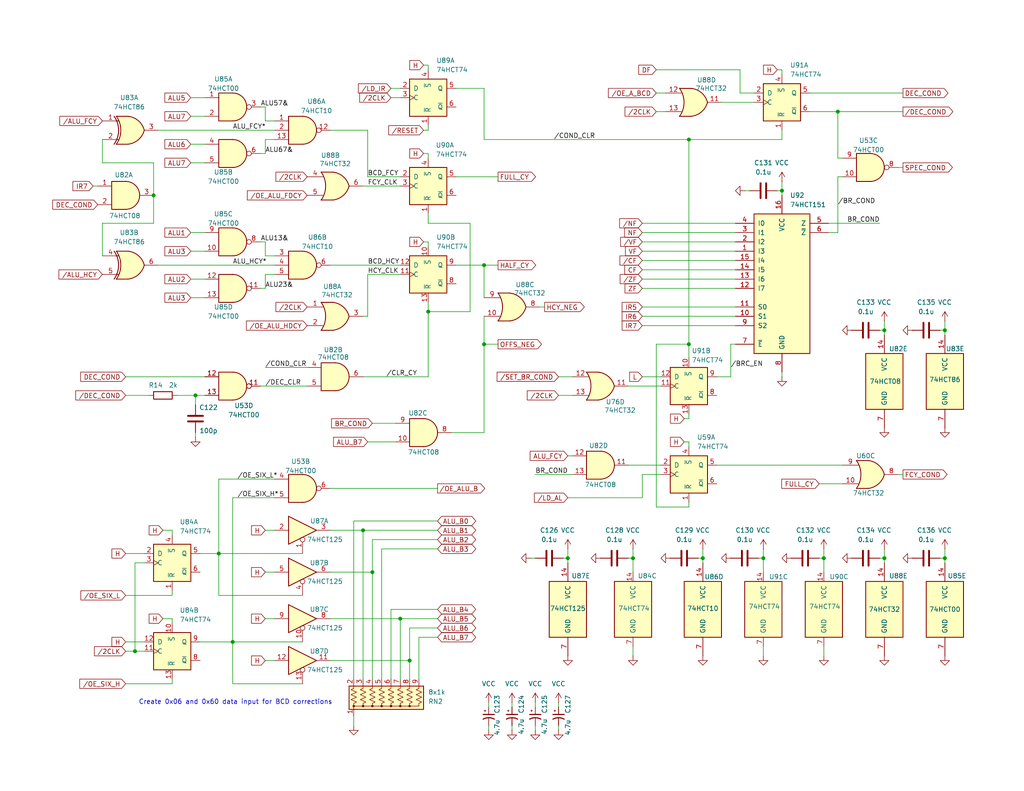
<source format=kicad_sch>
(kicad_sch (version 20250114) (generator "eeschema") (generator_version "9.0")
  (paper "A")
  (title_block (title "TTL 6510 Computer") (date "2025-10-20") (rev "B") (company "Stefan Warnke") (comment 9 "CPU_6502_Opcodes.txt"))
  (text "Create 0x06 and 0x60 data input for BCD corrections" (at 64.262 191.77 0) (effects (font (size 1.27 1.27))))
  (junction (at 172.72 152.4))
  (junction (at 187.96 93.98))
  (junction (at 53.34 107.95))
  (junction (at 241.3 152.4))
  (junction (at 59.69 151.13))
  (junction (at 191.77 152.4))
  (junction (at 111.76 180.34))
  (junction (at 63.5 175.26))
  (junction (at 213.36 52.07))
  (junction (at 241.3 90.17))
  (junction (at 154.94 152.4))
  (junction (at 257.81 152.4))
  (junction (at 224.79 152.4))
  (junction (at 132.08 72.39))
  (junction (at 132.08 93.98))
  (junction (at 41.91 53.34))
  (junction (at 208.28 152.4))
  (junction (at 99.06 144.78))
  (junction (at 228.6 30.48))
  (junction (at 101.6 156.21))
  (junction (at 116.84 85.09))
  (junction (at 109.22 168.91))
  (junction (at 187.96 38.1))
  (junction (at 36.83 177.8))
  (junction (at 257.81 90.17))
  (wire (pts (xy 41.91 44.45) (xy 41.91 53.34)))
  (wire (pts (xy 54.61 151.13) (xy 59.69 151.13)))
  (wire (pts (xy 36.83 177.8) (xy 39.37 177.8)))
  (wire (pts (xy 208.28 176.53) (xy 208.28 179.07)))
  (wire (pts (xy 228.6 30.48) (xy 246.38 30.48)))
  (wire (pts (xy 199.39 93.98) (xy 199.39 102.87)))
  (wire (pts (xy 104.14 149.86) (xy 104.14 185.42)))
  (wire (pts (xy 133.35 191.77) (xy 133.35 193.04)))
  (wire (pts (xy 228.6 30.48) (xy 228.6 43.18)))
  (wire (pts (xy 109.22 168.91) (xy 119.38 168.91)))
  (wire (pts (xy 111.76 180.34) (xy 111.76 185.42)))
  (wire (pts (xy 46.99 186.69) (xy 46.99 185.42)))
  (wire (pts (xy 171.45 105.41) (xy 180.34 105.41)))
  (wire (pts (xy 212.09 52.07) (xy 213.36 52.07)))
  (wire (pts (xy 179.07 25.4) (xy 181.61 25.4)))
  (wire (pts (xy 208.28 149.86) (xy 208.28 152.4)))
  (wire (pts (xy 171.45 127) (xy 180.34 127)))
  (wire (pts (xy 154.94 124.46) (xy 156.21 124.46)))
  (wire (pts (xy 228.6 43.18) (xy 229.87 43.18)))
  (wire (pts (xy 100.33 86.36) (xy 99.06 86.36)))
  (wire (pts (xy 116.84 60.96) (xy 128.27 60.96)))
  (wire (pts (xy 223.52 132.08) (xy 229.87 132.08)))
  (wire (pts (xy 109.22 168.91) (xy 109.22 185.42)))
  (wire (pts (xy 208.28 152.4) (xy 208.28 156.21)))
  (wire (pts (xy 72.39 74.93) (xy 72.39 78.74)))
  (wire (pts (xy 43.18 35.56) (xy 74.93 35.56)))
  (wire (pts (xy 100.33 120.65) (xy 107.95 120.65)))
  (wire (pts (xy 116.84 58.42) (xy 116.84 60.96)))
  (wire (pts (xy 101.6 147.32) (xy 119.38 147.32)))
  (wire (pts (xy 175.26 129.54) (xy 175.26 135.89)))
  (wire (pts (xy 72.39 144.78) (xy 74.93 144.78)))
  (wire (pts (xy 187.96 138.43) (xy 187.96 137.16)))
  (wire (pts (xy 240.03 90.17) (xy 241.3 90.17)))
  (wire (pts (xy 101.6 156.21) (xy 101.6 185.42)))
  (wire (pts (xy 124.46 72.39) (xy 132.08 72.39)))
  (wire (pts (xy 190.5 152.4) (xy 191.77 152.4)))
  (wire (pts (xy 114.3 173.99) (xy 119.38 173.99)))
  (wire (pts (xy 52.07 31.75) (xy 55.88 31.75)))
  (wire (pts (xy 101.6 147.32) (xy 101.6 156.21)))
  (wire (pts (xy 179.07 19.05) (xy 201.93 19.05)))
  (wire (pts (xy 175.26 86.36) (xy 200.66 86.36)))
  (wire (pts (xy 71.12 66.04) (xy 72.39 66.04)))
  (wire (pts (xy 99.06 144.78) (xy 99.06 185.42)))
  (wire (pts (xy 27.94 44.45) (xy 27.94 38.1)))
  (wire (pts (xy 191.77 152.4) (xy 191.77 153.67)))
  (wire (pts (xy 257.81 91.44) (xy 257.81 90.17)))
  (wire (pts (xy 52.07 26.67) (xy 55.88 26.67)))
  (wire (pts (xy 199.39 93.98) (xy 200.66 93.98)))
  (wire (pts (xy 34.29 107.95) (xy 40.64 107.95)))
  (wire (pts (xy 52.07 81.28) (xy 55.88 81.28)))
  (wire (pts (xy 172.72 152.4) (xy 172.72 156.21)))
  (wire (pts (xy 257.81 149.86) (xy 257.81 152.4)))
  (wire (pts (xy 27.94 60.96) (xy 41.91 60.96)))
  (wire (pts (xy 96.52 142.24) (xy 96.52 185.42)))
  (wire (pts (xy 54.61 175.26) (xy 63.5 175.26)))
  (wire (pts (xy 213.36 49.53) (xy 213.36 52.07)))
  (wire (pts (xy 241.3 91.44) (xy 241.3 90.17)))
  (wire (pts (xy 241.3 152.4) (xy 241.3 153.67)))
  (wire (pts (xy 201.93 25.4) (xy 205.74 25.4)))
  (wire (pts (xy 59.69 130.81) (xy 74.93 130.81)))
  (wire (pts (xy 99.06 50.8) (xy 109.22 50.8)))
  (wire (pts (xy 228.6 48.26) (xy 228.6 63.5)))
  (wire (pts (xy 224.79 149.86) (xy 224.79 152.4)))
  (wire (pts (xy 175.26 60.96) (xy 200.66 60.96)))
  (wire (pts (xy 52.07 44.45) (xy 55.88 44.45)))
  (wire (pts (xy 175.26 66.04) (xy 200.66 66.04)))
  (wire (pts (xy 246.38 129.54) (xy 245.11 129.54)))
  (wire (pts (xy 34.29 175.26) (xy 39.37 175.26)))
  (wire (pts (xy 152.4 191.77) (xy 152.4 193.04)))
  (wire (pts (xy 257.81 87.63) (xy 257.81 90.17)))
  (wire (pts (xy 220.98 25.4) (xy 246.38 25.4)))
  (wire (pts (xy 152.4 198.12) (xy 152.4 199.39)))
  (wire (pts (xy 63.5 175.26) (xy 63.5 186.69)))
  (wire (pts (xy 175.26 73.66) (xy 200.66 73.66)))
  (wire (pts (xy 256.54 152.4) (xy 257.81 152.4)))
  (wire (pts (xy 256.54 90.17) (xy 257.81 90.17)))
  (wire (pts (xy 59.69 130.81) (xy 59.69 151.13)))
  (wire (pts (xy 90.17 180.34) (xy 111.76 180.34)))
  (wire (pts (xy 241.3 87.63) (xy 241.3 90.17)))
  (wire (pts (xy 106.68 24.13) (xy 109.22 24.13)))
  (wire (pts (xy 152.4 102.87) (xy 156.21 102.87)))
  (wire (pts (xy 100.33 35.56) (xy 100.33 48.26)))
  (wire (pts (xy 99.06 144.78) (xy 119.38 144.78)))
  (wire (pts (xy 154.94 149.86) (xy 154.94 152.4)))
  (wire (pts (xy 41.91 53.34) (xy 41.91 60.96)))
  (wire (pts (xy 203.2 52.07) (xy 204.47 52.07)))
  (wire (pts (xy 146.05 198.12) (xy 146.05 199.39)))
  (wire (pts (xy 132.08 118.11) (xy 123.19 118.11)))
  (wire (pts (xy 187.96 138.43) (xy 179.07 138.43)))
  (wire (pts (xy 59.69 162.56) (xy 82.55 162.56)))
  (wire (pts (xy 53.34 107.95) (xy 55.88 107.95)))
  (wire (pts (xy 201.93 19.05) (xy 201.93 25.4)))
  (wire (pts (xy 96.52 142.24) (xy 119.38 142.24)))
  (wire (pts (xy 154.94 135.89) (xy 175.26 135.89)))
  (wire (pts (xy 152.4 107.95) (xy 156.21 107.95)))
  (wire (pts (xy 115.57 41.91) (xy 116.84 41.91)))
  (wire (pts (xy 245.11 45.72) (xy 246.38 45.72)))
  (wire (pts (xy 72.39 38.1) (xy 72.39 41.91)))
  (wire (pts (xy 171.45 152.4) (xy 172.72 152.4)))
  (wire (pts (xy 116.84 85.09) (xy 116.84 102.87)))
  (wire (pts (xy 132.08 93.98) (xy 135.89 93.98)))
  (wire (pts (xy 48.26 107.95) (xy 53.34 107.95)))
  (wire (pts (xy 175.26 63.5) (xy 200.66 63.5)))
  (wire (pts (xy 180.34 129.54) (xy 175.26 129.54)))
  (wire (pts (xy 175.26 76.2) (xy 200.66 76.2)))
  (wire (pts (xy 90.17 168.91) (xy 109.22 168.91)))
  (wire (pts (xy 187.96 114.3) (xy 186.69 114.3)))
  (wire (pts (xy 72.39 168.91) (xy 74.93 168.91)))
  (wire (pts (xy 220.98 30.48) (xy 228.6 30.48)))
  (wire (pts (xy 90.17 35.56) (xy 100.33 35.56)))
  (wire (pts (xy 116.84 41.91) (xy 116.84 43.18)))
  (wire (pts (xy 228.6 48.26) (xy 229.87 48.26)))
  (wire (pts (xy 111.76 171.45) (xy 119.38 171.45)))
  (wire (pts (xy 100.33 74.93) (xy 109.22 74.93)))
  (wire (pts (xy 72.39 156.21) (xy 74.93 156.21)))
  (wire (pts (xy 71.12 41.91) (xy 72.39 41.91)))
  (wire (pts (xy 72.39 33.02) (xy 74.93 33.02)))
  (wire (pts (xy 72.39 100.33) (xy 83.82 100.33)))
  (wire (pts (xy 132.08 93.98) (xy 132.08 118.11)))
  (wire (pts (xy 175.26 71.12) (xy 200.66 71.12)))
  (wire (pts (xy 90.17 133.35) (xy 119.38 133.35)))
  (wire (pts (xy 179.07 93.98) (xy 187.96 93.98)))
  (wire (pts (xy 46.99 170.18) (xy 46.99 168.91)))
  (wire (pts (xy 187.96 93.98) (xy 187.96 97.79)))
  (wire (pts (xy 100.33 48.26) (xy 109.22 48.26)))
  (wire (pts (xy 59.69 151.13) (xy 82.55 151.13)))
  (wire (pts (xy 90.17 72.39) (xy 109.22 72.39)))
  (wire (pts (xy 172.72 149.86) (xy 172.72 152.4)))
  (wire (pts (xy 257.81 152.4) (xy 257.81 153.67)))
  (wire (pts (xy 46.99 168.91) (xy 44.45 168.91)))
  (wire (pts (xy 116.84 66.04) (xy 116.84 67.31)))
  (wire (pts (xy 207.01 152.4) (xy 208.28 152.4)))
  (wire (pts (xy 115.57 35.56) (xy 116.84 35.56)))
  (wire (pts (xy 59.69 151.13) (xy 59.69 162.56)))
  (wire (pts (xy 139.7 198.12) (xy 139.7 199.39)))
  (wire (pts (xy 154.94 152.4) (xy 154.94 153.67)))
  (wire (pts (xy 146.05 191.77) (xy 146.05 193.04)))
  (wire (pts (xy 186.69 120.65) (xy 187.96 120.65)))
  (wire (pts (xy 133.35 198.12) (xy 133.35 199.39)))
  (wire (pts (xy 106.68 166.37) (xy 119.38 166.37)))
  (wire (pts (xy 27.94 69.85) (xy 27.94 60.96)))
  (wire (pts (xy 63.5 135.89) (xy 74.93 135.89)))
  (wire (pts (xy 115.57 66.04) (xy 116.84 66.04)))
  (wire (pts (xy 116.84 85.09) (xy 128.27 85.09)))
  (wire (pts (xy 144.78 152.4) (xy 146.05 152.4)))
  (wire (pts (xy 114.3 173.99) (xy 114.3 185.42)))
  (wire (pts (xy 74.93 38.1) (xy 72.39 38.1)))
  (wire (pts (xy 74.93 74.93) (xy 72.39 74.93)))
  (wire (pts (xy 72.39 69.85) (xy 74.93 69.85)))
  (wire (pts (xy 34.29 102.87) (xy 55.88 102.87)))
  (wire (pts (xy 240.03 152.4) (xy 241.3 152.4)))
  (wire (pts (xy 191.77 149.86) (xy 191.77 152.4)))
  (wire (pts (xy 52.07 76.2) (xy 55.88 76.2)))
  (wire (pts (xy 90.17 156.21) (xy 101.6 156.21)))
  (wire (pts (xy 41.91 44.45) (xy 27.94 44.45)))
  (wire (pts (xy 52.07 63.5) (xy 55.88 63.5)))
  (wire (pts (xy 175.26 78.74) (xy 200.66 78.74)))
  (wire (pts (xy 72.39 180.34) (xy 74.93 180.34)))
  (wire (pts (xy 223.52 152.4) (xy 224.79 152.4)))
  (wire (pts (xy 71.12 29.21) (xy 72.39 29.21)))
  (wire (pts (xy 34.29 151.13) (xy 39.37 151.13)))
  (wire (pts (xy 187.96 38.1) (xy 132.08 38.1)))
  (wire (pts (xy 175.26 102.87) (xy 180.34 102.87)))
  (wire (pts (xy 224.79 152.4) (xy 224.79 156.21)))
  (wire (pts (xy 172.72 179.07) (xy 172.72 176.53)))
  (wire (pts (xy 36.83 153.67) (xy 36.83 177.8)))
  (wire (pts (xy 175.26 83.82) (xy 200.66 83.82)))
  (wire (pts (xy 53.34 107.95) (xy 53.34 110.49)))
  (wire (pts (xy 132.08 86.36) (xy 132.08 93.98)))
  (wire (pts (xy 106.68 166.37) (xy 106.68 185.42)))
  (wire (pts (xy 224.79 176.53) (xy 224.79 179.07)))
  (wire (pts (xy 139.7 191.77) (xy 139.7 193.04)))
  (wire (pts (xy 187.96 120.65) (xy 187.96 121.92)))
  (wire (pts (xy 63.5 175.26) (xy 82.55 175.26)))
  (wire (pts (xy 72.39 29.21) (xy 72.39 33.02)))
  (wire (pts (xy 72.39 66.04) (xy 72.39 69.85)))
  (wire (pts (xy 213.36 52.07) (xy 213.36 53.34)))
  (wire (pts (xy 46.99 146.05) (xy 46.99 144.78)))
  (wire (pts (xy 52.07 39.37) (xy 55.88 39.37)))
  (wire (pts (xy 181.61 30.48) (xy 179.07 30.48)))
  (wire (pts (xy 212.09 19.05) (xy 213.36 19.05)))
  (wire (pts (xy 96.52 195.58) (xy 96.52 198.12)))
  (wire (pts (xy 106.68 26.67) (xy 109.22 26.67)))
  (wire (pts (xy 71.12 105.41) (xy 83.82 105.41)))
  (wire (pts (xy 147.32 83.82) (xy 148.59 83.82)))
  (wire (pts (xy 195.58 102.87) (xy 199.39 102.87)))
  (wire (pts (xy 100.33 74.93) (xy 100.33 86.36)))
  (wire (pts (xy 116.84 82.55) (xy 116.84 85.09)))
  (wire (pts (xy 195.58 127) (xy 229.87 127)))
  (wire (pts (xy 124.46 24.13) (xy 132.08 24.13)))
  (wire (pts (xy 132.08 24.13) (xy 132.08 38.1)))
  (wire (pts (xy 124.46 48.26) (xy 135.89 48.26)))
  (wire (pts (xy 153.67 152.4) (xy 154.94 152.4)))
  (wire (pts (xy 132.08 81.28) (xy 132.08 72.39)))
  (wire (pts (xy 213.36 38.1) (xy 187.96 38.1)))
  (wire (pts (xy 213.36 19.05) (xy 213.36 20.32)))
  (wire (pts (xy 196.85 27.94) (xy 205.74 27.94)))
  (wire (pts (xy 74.93 72.39) (xy 43.18 72.39)))
  (wire (pts (xy 101.6 115.57) (xy 107.95 115.57)))
  (wire (pts (xy 175.26 88.9) (xy 200.66 88.9)))
  (wire (pts (xy 116.84 19.05) (xy 116.84 17.78)))
  (wire (pts (xy 175.26 68.58) (xy 200.66 68.58)))
  (wire (pts (xy 34.29 177.8) (xy 36.83 177.8)))
  (wire (pts (xy 46.99 144.78) (xy 44.45 144.78)))
  (wire (pts (xy 34.29 186.69) (xy 46.99 186.69)))
  (wire (pts (xy 71.12 78.74) (xy 72.39 78.74)))
  (wire (pts (xy 63.5 135.89) (xy 63.5 175.26)))
  (wire (pts (xy 128.27 60.96) (xy 128.27 85.09)))
  (wire (pts (xy 52.07 68.58) (xy 55.88 68.58)))
  (wire (pts (xy 116.84 17.78) (xy 115.57 17.78)))
  (wire (pts (xy 111.76 171.45) (xy 111.76 180.34)))
  (wire (pts (xy 226.06 60.96) (xy 240.03 60.96)))
  (wire (pts (xy 116.84 35.56) (xy 116.84 34.29)))
  (wire (pts (xy 213.36 101.6) (xy 213.36 102.87)))
  (wire (pts (xy 46.99 161.29) (xy 46.99 162.56)))
  (wire (pts (xy 63.5 186.69) (xy 82.55 186.69)))
  (wire (pts (xy 146.05 129.54) (xy 156.21 129.54)))
  (wire (pts (xy 53.34 119.38) (xy 53.34 118.11)))
  (wire (pts (xy 213.36 35.56) (xy 213.36 38.1)))
  (wire (pts (xy 90.17 144.78) (xy 99.06 144.78)))
  (wire (pts (xy 39.37 153.67) (xy 36.83 153.67)))
  (wire (pts (xy 104.14 149.86) (xy 119.38 149.86)))
  (wire (pts (xy 25.4 50.8) (xy 26.67 50.8)))
  (wire (pts (xy 179.07 138.43) (xy 179.07 93.98)))
  (wire (pts (xy 132.08 72.39) (xy 135.89 72.39)))
  (wire (pts (xy 34.29 162.56) (xy 46.99 162.56)))
  (wire (pts (xy 241.3 149.86) (xy 241.3 152.4)))
  (wire (pts (xy 228.6 63.5) (xy 226.06 63.5)))
  (wire (pts (xy 99.06 102.87) (xy 116.84 102.87)))
  (wire (pts (xy 187.96 38.1) (xy 187.96 93.98)))
  (wire (pts (xy 187.96 113.03) (xy 187.96 114.3)))
  (label "BR_COND" (at 231.14 60.96 0))
  (label "HCY_CLK" (at 100.33 74.93 0))
  (label "BCD_FCY" (at 100.33 48.26 0))
  (label "ALU_FCY*" (at 63.5 35.56 0))
  (label "{slash}BR_COND" (at 228.6 55.88 0))
  (label "{slash}COND_CLR" (at 151.13 38.1 0))
  (label "{slash}DEC_CLR" (at 72.39 105.41 0))
  (label "{slash}COND_CLR" (at 72.39 100.33 0))
  (label "{slash}OE_SIX_H*" (at 64.77 135.89 0))
  (label "{slash}OE_SIX_L*" (at 64.77 130.81 0))
  (label "ALU13&" (at 71.12 66.04 0))
  (label "FCY_CLK" (at 100.33 50.8 0))
  (label "{slash}CLR_CY" (at 105.41 102.87 0))
  (label "ALU23&" (at 72.39 78.74 0))
  (label "{slash}BRC_EN" (at 199.39 100.33 0))
  (label "ALU57&" (at 71.12 29.21 0))
  (label "BCD_HCY" (at 100.33 72.39 0))
  (label "ALU_HCY*" (at 63.5 72.39 0))
  (label "ALU67&" (at 72.39 41.91 0))
  (label "BR_COND" (at 146.05 129.54 0))
  (global_label "{slash}ALU_HCY" (shape input) (at 27.94 74.93 180) (property "Intersheetrefs" "${INTERSHEET_REFS}" (effects (hide yes))))
  (global_label "{slash}2CLK" (shape input) (at 179.07 30.48 180) (property "Intersheetrefs" "${INTERSHEET_REFS}" (effects (hide yes))))
  (global_label "{slash}DEC_COND" (shape output) (at 246.38 30.48 0) (property "Intersheetrefs" "${INTERSHEET_REFS}" (effects (hide yes))))
  (global_label "H" (shape input) (at 44.45 168.91 180) (property "Intersheetrefs" "${INTERSHEET_REFS}" (effects (hide yes))))
  (global_label "{slash}2CLK" (shape input) (at 106.68 26.67 180) (property "Intersheetrefs" "${INTERSHEET_REFS}" (effects (hide yes))))
  (global_label "{slash}2CLK" (shape input) (at 83.82 83.82 180) (property "Intersheetrefs" "${INTERSHEET_REFS}" (effects (hide yes))))
  (global_label "{slash}NF" (shape input) (at 175.26 60.96 180) (property "Intersheetrefs" "${INTERSHEET_REFS}" (effects (hide yes))))
  (global_label "FULL_CY" (shape output) (at 135.89 48.26 0) (property "Intersheetrefs" "${INTERSHEET_REFS}" (effects (hide yes))))
  (global_label "{slash}LD_IR" (shape input) (at 106.68 24.13 180) (property "Intersheetrefs" "${INTERSHEET_REFS}" (effects (hide yes))))
  (global_label "{slash}RESET" (shape input) (at 115.57 35.56 180) (property "Intersheetrefs" "${INTERSHEET_REFS}" (effects (hide yes))))
  (global_label "DEC_COND" (shape output) (at 246.38 25.4 0) (property "Intersheetrefs" "${INTERSHEET_REFS}" (effects (hide yes))))
  (global_label "ALU_B5" (shape bidirectional) (at 119.38 168.91 0) (property "Intersheetrefs" "${INTERSHEET_REFS}" (effects (hide yes))))
  (global_label "BR_COND" (shape input) (at 101.6 115.57 180) (property "Intersheetrefs" "${INTERSHEET_REFS}" (effects (hide yes))))
  (global_label "{slash}ZF" (shape input) (at 175.26 76.2 180) (property "Intersheetrefs" "${INTERSHEET_REFS}" (effects (hide yes))))
  (global_label "ALU1" (shape input) (at 52.07 63.5 180) (property "Intersheetrefs" "${INTERSHEET_REFS}" (effects (hide yes))))
  (global_label "ALU_B7" (shape bidirectional) (at 119.38 173.99 0) (property "Intersheetrefs" "${INTERSHEET_REFS}" (effects (hide yes))))
  (global_label "NF" (shape input) (at 175.26 63.5 180) (property "Intersheetrefs" "${INTERSHEET_REFS}" (effects (hide yes))))
  (global_label "ALU_B3" (shape bidirectional) (at 119.38 149.86 0) (property "Intersheetrefs" "${INTERSHEET_REFS}" (effects (hide yes))))
  (global_label "ZF" (shape input) (at 175.26 78.74 180) (property "Intersheetrefs" "${INTERSHEET_REFS}" (effects (hide yes))))
  (global_label "{slash}OE_A_BCD" (shape input) (at 179.07 25.4 180) (property "Intersheetrefs" "${INTERSHEET_REFS}" (effects (hide yes))))
  (global_label "ALU2" (shape input) (at 52.07 76.2 180) (property "Intersheetrefs" "${INTERSHEET_REFS}" (effects (hide yes))))
  (global_label "ALU3" (shape input) (at 52.07 68.58 180) (property "Intersheetrefs" "${INTERSHEET_REFS}" (effects (hide yes))))
  (global_label "H" (shape input) (at 212.09 19.05 180) (property "Intersheetrefs" "${INTERSHEET_REFS}" (effects (hide yes))))
  (global_label "ALU3" (shape input) (at 52.07 81.28 180) (property "Intersheetrefs" "${INTERSHEET_REFS}" (effects (hide yes))))
  (global_label "IR7" (shape input) (at 25.4 50.8 180) (property "Intersheetrefs" "${INTERSHEET_REFS}" (effects (hide yes))))
  (global_label "H" (shape input) (at 34.29 151.13 180) (property "Intersheetrefs" "${INTERSHEET_REFS}" (effects (hide yes))))
  (global_label "H" (shape input) (at 72.39 156.21 180) (property "Intersheetrefs" "${INTERSHEET_REFS}" (effects (hide yes))))
  (global_label "IR5" (shape input) (at 175.26 83.82 180) (property "Intersheetrefs" "${INTERSHEET_REFS}" (effects (hide yes))))
  (global_label "{slash}OE_ALU_B" (shape output) (at 119.38 133.35 0) (property "Intersheetrefs" "${INTERSHEET_REFS}" (effects (hide yes))))
  (global_label "ALU7" (shape input) (at 52.07 44.45 180) (property "Intersheetrefs" "${INTERSHEET_REFS}" (effects (hide yes))))
  (global_label "{slash}SET_BR_COND" (shape input) (at 152.4 102.87 180) (effects (font (thickness 0.1588))) (property "Intersheetrefs" "${INTERSHEET_REFS}" (effects (hide yes))))
  (global_label "H" (shape input) (at 44.45 144.78 180) (property "Intersheetrefs" "${INTERSHEET_REFS}" (effects (hide yes))))
  (global_label "H" (shape input) (at 34.29 175.26 180) (property "Intersheetrefs" "${INTERSHEET_REFS}" (effects (hide yes))))
  (global_label "H" (shape input) (at 115.57 41.91 180) (property "Intersheetrefs" "${INTERSHEET_REFS}" (effects (hide yes))))
  (global_label "DEC_COND" (shape input) (at 26.67 55.88 180) (property "Intersheetrefs" "${INTERSHEET_REFS}" (effects (hide yes))))
  (global_label "H" (shape input) (at 72.39 180.34 180) (property "Intersheetrefs" "${INTERSHEET_REFS}" (effects (hide yes))))
  (global_label "DEC_COND" (shape input) (at 34.29 102.87 180) (property "Intersheetrefs" "${INTERSHEET_REFS}" (effects (hide yes))))
  (global_label "FULL_CY" (shape input) (at 223.52 132.08 180) (property "Intersheetrefs" "${INTERSHEET_REFS}" (effects (hide yes))))
  (global_label "ALU_FCY" (shape input) (at 154.94 124.46 180) (property "Intersheetrefs" "${INTERSHEET_REFS}" (effects (hide yes))))
  (global_label "{slash}ALU_FCY" (shape input) (at 27.94 33.02 180) (property "Intersheetrefs" "${INTERSHEET_REFS}" (effects (hide yes))))
  (global_label "{slash}2CLK" (shape input) (at 34.29 177.8 180) (property "Intersheetrefs" "${INTERSHEET_REFS}" (effects (hide yes))))
  (global_label "{slash}CF" (shape input) (at 175.26 71.12 180) (property "Intersheetrefs" "${INTERSHEET_REFS}" (effects (hide yes))))
  (global_label "ALU_B0" (shape bidirectional) (at 119.38 142.24 0) (property "Intersheetrefs" "${INTERSHEET_REFS}" (effects (hide yes))))
  (global_label "{slash}VF" (shape input) (at 175.26 66.04 180) (property "Intersheetrefs" "${INTERSHEET_REFS}" (effects (hide yes))))
  (global_label "HALF_CY" (shape output) (at 135.89 72.39 0) (property "Intersheetrefs" "${INTERSHEET_REFS}" (effects (hide yes))))
  (global_label "ALU6" (shape input) (at 52.07 39.37 180) (property "Intersheetrefs" "${INTERSHEET_REFS}" (effects (hide yes))))
  (global_label "OFFS_NEG" (shape output) (at 135.89 93.98 0) (property "Intersheetrefs" "${INTERSHEET_REFS}" (effects (hide yes))))
  (global_label "CF" (shape input) (at 175.26 73.66 180) (property "Intersheetrefs" "${INTERSHEET_REFS}" (effects (hide yes))))
  (global_label "{slash}OE_ALU_FDCY" (shape input) (at 83.82 53.34 180) (property "Intersheetrefs" "${INTERSHEET_REFS}" (effects (hide yes))))
  (global_label "ALU_B7" (shape input) (at 100.33 120.65 180) (property "Intersheetrefs" "${INTERSHEET_REFS}" (effects (hide yes))))
  (global_label "ALU_B4" (shape bidirectional) (at 119.38 166.37 0) (property "Intersheetrefs" "${INTERSHEET_REFS}" (effects (hide yes))))
  (global_label "{slash}OE_SIX_H" (shape input) (at 34.29 186.69 180) (property "Intersheetrefs" "${INTERSHEET_REFS}" (effects (hide yes))))
  (global_label "H" (shape input) (at 115.57 66.04 180) (property "Intersheetrefs" "${INTERSHEET_REFS}" (effects (hide yes))))
  (global_label "ALU_B6" (shape bidirectional) (at 119.38 171.45 0) (property "Intersheetrefs" "${INTERSHEET_REFS}" (effects (hide yes))))
  (global_label "{slash}OE_ALU_HDCY" (shape input) (at 83.82 88.9 180) (property "Intersheetrefs" "${INTERSHEET_REFS}" (effects (hide yes))))
  (global_label "H" (shape input) (at 72.39 144.78 180) (property "Intersheetrefs" "${INTERSHEET_REFS}" (effects (hide yes))))
  (global_label "{slash}DEC_COND" (shape input) (at 34.29 107.95 180) (property "Intersheetrefs" "${INTERSHEET_REFS}" (effects (hide yes))))
  (global_label "IR7" (shape input) (at 175.26 88.9 180) (property "Intersheetrefs" "${INTERSHEET_REFS}" (effects (hide yes))))
  (global_label "H" (shape input) (at 186.69 120.65 180) (property "Intersheetrefs" "${INTERSHEET_REFS}" (effects (hide yes))))
  (global_label "HCY_NEG" (shape output) (at 148.59 83.82 0) (property "Intersheetrefs" "${INTERSHEET_REFS}" (effects (hide yes))))
  (global_label "{slash}LD_AL" (shape input) (at 154.94 135.89 180) (property "Intersheetrefs" "${INTERSHEET_REFS}" (effects (hide yes))))
  (global_label "L" (shape input) (at 175.26 102.87 180) (property "Intersheetrefs" "${INTERSHEET_REFS}" (effects (hide yes))))
  (global_label "{slash}2CLK" (shape input) (at 83.82 48.26 180) (property "Intersheetrefs" "${INTERSHEET_REFS}" (effects (hide yes))))
  (global_label "{slash}OE_SIX_L" (shape input) (at 34.29 162.56 180) (property "Intersheetrefs" "${INTERSHEET_REFS}" (effects (hide yes))))
  (global_label "{slash}2CLK" (shape input) (at 152.4 107.95 180) (property "Intersheetrefs" "${INTERSHEET_REFS}" (effects (hide yes))))
  (global_label "DF" (shape input) (at 179.07 19.05 180) (property "Intersheetrefs" "${INTERSHEET_REFS}" (effects (hide yes))))
  (global_label "IR6" (shape input) (at 175.26 86.36 180) (property "Intersheetrefs" "${INTERSHEET_REFS}" (effects (hide yes))))
  (global_label "FCY_COND" (shape output) (at 246.38 129.54 0) (property "Intersheetrefs" "${INTERSHEET_REFS}" (effects (hide yes))))
  (global_label "ALU_B1" (shape bidirectional) (at 119.38 144.78 0) (property "Intersheetrefs" "${INTERSHEET_REFS}" (effects (hide yes))))
  (global_label "SPEC_COND" (shape output) (at 246.38 45.72 0) (property "Intersheetrefs" "${INTERSHEET_REFS}" (effects (hide yes))))
  (global_label "ALU5" (shape input) (at 52.07 26.67 180) (property "Intersheetrefs" "${INTERSHEET_REFS}" (effects (hide yes))))
  (global_label "VF" (shape input) (at 175.26 68.58 180) (property "Intersheetrefs" "${INTERSHEET_REFS}" (effects (hide yes))))
  (global_label "H" (shape input) (at 115.57 17.78 180) (property "Intersheetrefs" "${INTERSHEET_REFS}" (effects (hide yes))))
  (global_label "ALU7" (shape input) (at 52.07 31.75 180) (property "Intersheetrefs" "${INTERSHEET_REFS}" (effects (hide yes))))
  (global_label "H" (shape input) (at 72.39 168.91 180) (property "Intersheetrefs" "${INTERSHEET_REFS}" (effects (hide yes))))
  (global_label "H" (shape input) (at 186.69 114.3 180) (property "Intersheetrefs" "${INTERSHEET_REFS}" (effects (hide yes))))
  (global_label "ALU_B2" (shape bidirectional) (at 119.38 147.32 0) (property "Intersheetrefs" "${INTERSHEET_REFS}" (effects (hide yes))))
  (symbol (lib_id "74xx:74HCT00") (at 63.5 78.74 0) (unit 4)
    (property "Reference" "U85" (at 60.96 83.82 0))
    (property "Value" "74HCT00" (at 60.96 86.36 0))
    (property "Footprint" "Package_DIP:DIP-14_W7.62mm_Socket" (effects (hide yes)))
    (property "Datasheet" "http://www.ti.com/lit/gpn/sn74hct00" (effects (hide yes)))
    (property "Description" "quad 2-input NAND gate" (effects (hide yes)))
    (property "OrderInfo" "https://www.digikey.com/en/products/detail/texas-instruments/CD74HCT00E/38232" (effects (hide yes)))
  )
  (symbol (lib_id "power:GND") (at 248.92 90.17 270) (unit 1)
    (property "Reference" "#PWR0400" (effects (hide yes)))
    (property "Value" "GND" (effects (hide yes)))
    (property "Description" "Power symbol creates a global label with name \"GND\" , ground" (effects (hide yes)))
  )
  (symbol (lib_id "74xx:74HCT00") (at 63.5 29.21 0) (unit 1)
    (property "Reference" "U85" (at 60.96 21.59 0))
    (property "Value" "74HCT00" (at 60.96 24.13 0))
    (property "Footprint" "Package_DIP:DIP-14_W7.62mm_Socket" (effects (hide yes)))
    (property "Datasheet" "http://www.ti.com/lit/gpn/sn74hct00" (effects (hide yes)))
    (property "Description" "quad 2-input NAND gate" (effects (hide yes)))
    (property "OrderInfo" "https://www.digikey.com/en/products/detail/texas-instruments/CD74HCT00E/38232" (effects (hide yes)))
  )
  (symbol (lib_id "74xx:74HCT74") (at 116.84 26.67 0) (unit 1)
    (property "Reference" "U89" (at 119.0341 16.51 0) (effects (justify left)))
    (property "Value" "74HCT74" (at 119.0341 19.05 0) (effects (justify left)))
    (property "Footprint" "Package_DIP:DIP-14_W7.62mm_Socket" (effects (hide yes)))
    (property "Datasheet" "https://assets.nexperia.com/documents/data-sheet/74HC_HCT74.pdf" (effects (hide yes)))
    (property "Description" "Dual D Flip-flop, Set & Reset" (effects (hide yes)))
    (property "OrderInfo" "https://www.digikey.com/en/products/detail/texas-instruments/SN74HCT74N/277271" (effects (hide yes)))
  )
  (symbol (lib_id "Device:C_Polarized_Small_US") (at 133.35 195.58 0) (unit 1)
    (property "Reference" "C123" (at 135.636 192.278 90))
    (property "Value" "4.7u" (at 135.636 198.628 90))
    (property "Footprint" "Project Library:C_Disc_D7.5mm_W2.5mm_P7.62mm" (effects (hide yes)))
    (property "Description" "Polarized capacitor, small US symbol" (effects (hide yes)))
    (property "OrderInfo" "https://www.digikey.com/en/products/detail/kyocera-avx/TAP475M010SCS/1472017" (effects (hide yes)))
  )
  (symbol (lib_id "Device:R_Network08_US") (at 106.68 190.5 0) (mirror x) (unit 1)
    (property "Reference" "RN2" (at 116.84 191.5161 0) (effects (justify left)))
    (property "Value" "8x1k" (at 116.84 188.9761 0) (effects (justify left)))
    (property "Footprint" "Resistor_THT:R_Array_SIP9" (effects (hide yes)))
    (property "Datasheet" "http://www.vishay.com/docs/31509/csc.pdf" (effects (hide yes)))
    (property "Description" "8 resistor network, star topology, bussed resistors, small US symbol" (effects (hide yes)))
    (property "OrderInfo" "https://www.digikey.com/en/products/detail/bourns-inc/4609X-AP1-103LF/3741140" (effects (hide yes)))
  )
  (symbol (lib_id "power:+5V") (at 213.36 49.53 0) (unit 1)
    (property "Reference" "#PWR0389" (effects (hide yes)))
    (property "Value" "VCC" (at 213.36 44.45 0))
    (property "Description" "Power symbol creates a global label with name \"+5V\"" (effects (hide yes)))
  )
  (symbol (lib_id "power:GND") (at 241.3 179.07 0) (unit 1)
    (property "Reference" "#PWR0399" (effects (hide yes)))
    (property "Value" "GND" (effects (hide yes)))
    (property "Description" "Power symbol creates a global label with name \"GND\" , ground" (effects (hide yes)))
  )
  (symbol (lib_id "Device:C") (at 203.2 152.4 90) (unit 1)
    (property "Reference" "C130" (at 203.2 144.78 90))
    (property "Value" "0.1u" (at 203.2 147.32 90))
    (property "Footprint" "Project Library:C_Disc_D7.5mm_W2.5mm_P7.62mm" (effects (hide yes)))
    (property "Description" "Unpolarized capacitor" (effects (hide yes)))
    (property "OrderInfo" "https://www.digikey.com/en/products/detail/kemet/C320C104M5R5TA/3726028" (effects (hide yes)))
  )
  (symbol (lib_id "74xx:74HCT00") (at 63.5 66.04 0) (unit 3)
    (property "Reference" "U85" (at 60.96 58.42 0))
    (property "Value" "74HCT00" (at 60.96 60.96 0))
    (property "Footprint" "Package_DIP:DIP-14_W7.62mm_Socket" (effects (hide yes)))
    (property "Datasheet" "http://www.ti.com/lit/gpn/sn74hct00" (effects (hide yes)))
    (property "Description" "quad 2-input NAND gate" (effects (hide yes)))
    (property "OrderInfo" "https://www.digikey.com/en/products/detail/texas-instruments/CD74HCT00E/38232" (effects (hide yes)))
  )
  (symbol (lib_id "power:GND") (at 215.9 152.4 270) (unit 1)
    (property "Reference" "#PWR0391" (effects (hide yes)))
    (property "Value" "GND" (effects (hide yes)))
    (property "Description" "Power symbol creates a global label with name \"GND\" , ground" (effects (hide yes)))
  )
  (symbol (lib_id "74xx:74LS151") (at 213.36 76.2 0) (unit 1)
    (property "Reference" "U92" (at 215.5541 53.34 0) (effects (justify left)))
    (property "Value" "74HCT151" (at 215.5541 55.88 0) (effects (justify left)))
    (property "Footprint" "Package_DIP:DIP-16_W7.62mm_Socket" (effects (hide yes)))
    (property "Datasheet" "http://www.ti.com/lit/gpn/sn74LS151" (effects (hide yes)))
    (property "Description" "Multiplexer 8 to 1" (effects (hide yes)))
    (property "OrderInfo" "https://www.digikey.com/en/products/detail/texas-instruments/CD74HCT151E/38312" (effects (hide yes)))
  )
  (symbol (lib_id "74xx:74HCT74") (at 187.96 129.54 0) (unit 1)
    (property "Reference" "U59" (at 190.1541 119.38 0) (effects (justify left)))
    (property "Value" "74HCT74" (at 190.1541 121.92 0) (effects (justify left)))
    (property "Footprint" "Package_DIP:DIP-14_W7.62mm_Socket" (effects (hide yes)))
    (property "Datasheet" "https://assets.nexperia.com/documents/data-sheet/74HC_HCT74.pdf" (effects (hide yes)))
    (property "Description" "Dual D Flip-flop, Set & Reset" (effects (hide yes)))
    (property "OrderInfo" "https://www.digikey.com/en/products/detail/texas-instruments/SN74HCT74N/277271" (effects (hide yes)))
  )
  (symbol (lib_id "Device:C_Polarized_Small_US") (at 152.4 195.58 0) (unit 1)
    (property "Reference" "C127" (at 154.94 192.278 90))
    (property "Value" "4.7u" (at 154.94 198.628 90))
    (property "Footprint" "Project Library:C_Disc_D7.5mm_W2.5mm_P7.62mm" (effects (hide yes)))
    (property "Description" "Polarized capacitor, small US symbol" (effects (hide yes)))
    (property "OrderInfo" "https://www.digikey.com/en/products/detail/kyocera-avx/TAP475M010SCS/1472017" (effects (hide yes)))
  )
  (symbol (lib_id "74xx:74HCT74") (at 208.28 166.37 0) (unit 3)
    (property "Reference" "U91" (at 209.804 157.48 0) (effects (justify left)))
    (property "Value" "74HCT74" (at 204.216 165.608 0) (effects (justify left)))
    (property "Footprint" "Package_DIP:DIP-14_W7.62mm_Socket" (effects (hide yes)))
    (property "Datasheet" "https://assets.nexperia.com/documents/data-sheet/74HC_HCT74.pdf" (effects (hide yes)))
    (property "Description" "Dual D Flip-flop, Set & Reset" (effects (hide yes)))
    (property "OrderInfo" "https://www.digikey.com/en/products/detail/texas-instruments/SN74HCT74N/277271" (effects (hide yes)))
  )
  (symbol (lib_id "Device:C") (at 53.34 114.3 0) (mirror x) (unit 1)
    (property "Reference" "C122" (at 56.896 111.252 0))
    (property "Value" "100p" (at 56.896 117.602 0))
    (property "Footprint" "Project Library:C_Disc_D7.5mm_W2.5mm_P7.62mm" (effects (hide yes)))
    (property "Description" "Unpolarized capacitor" (effects (hide yes)))
    (property "OrderInfo" "https://www.digikey.com/en/products/detail/kemet/C322C101K5R5TA/14681377" (effects (hide yes)))
  )
  (symbol (lib_id "power:GND") (at 208.28 179.07 0) (unit 1)
    (property "Reference" "#PWR0388" (effects (hide yes)))
    (property "Value" "GND" (effects (hide yes)))
    (property "Description" "Power symbol creates a global label with name \"GND\" , ground" (effects (hide yes)))
  )
  (symbol (lib_id "74xx:74HCT00") (at 237.49 45.72 0) (unit 3)
    (property "Reference" "U53" (at 236.982 38.354 0))
    (property "Value" "74HCT00" (at 236.982 40.894 0))
    (property "Footprint" "Package_DIP:DIP-14_W7.62mm_Socket" (effects (hide yes)))
    (property "Datasheet" "http://www.ti.com/lit/gpn/sn74hct00" (effects (hide yes)))
    (property "Description" "quad 2-input NAND gate" (effects (hide yes)))
    (property "OrderInfo" "https://www.digikey.com/en/products/detail/texas-instruments/CD74HCT00E/38232" (effects (hide yes)))
  )
  (symbol (lib_id "74xx:74LS125") (at 82.55 168.91 0) (unit 3)
    (property "Reference" "U87" (at 87.122 166.37 0))
    (property "Value" "74HCT125" (at 88.646 171.45 0))
    (property "Footprint" "Package_DIP:DIP-14_W7.62mm_Socket" (effects (hide yes)))
    (property "Datasheet" "http://www.ti.com/lit/gpn/sn74LS125" (effects (hide yes)))
    (property "Description" "Quad buffer 3-State outputs" (effects (hide yes)))
    (property "OrderInfo" "https://www.digikey.com/en/products/detail/texas-instruments/SN74HCT125N/376860" (effects (hide yes)))
  )
  (symbol (lib_id "74xx:74HCT74") (at 46.99 153.67 0) (unit 1)
    (property "Reference" "U84" (at 49.022 142.494 0) (effects (justify left)))
    (property "Value" "74HCT74" (at 49.022 145.034 0) (effects (justify left)))
    (property "Footprint" "Package_DIP:DIP-14_W7.62mm_Socket" (effects (hide yes)))
    (property "Datasheet" "https://assets.nexperia.com/documents/data-sheet/74HC_HCT74.pdf" (effects (hide yes)))
    (property "Description" "Dual D Flip-flop, Set & Reset" (effects (hide yes)))
    (property "OrderInfo" "https://www.digikey.com/en/products/detail/texas-instruments/SN74HCT74N/277271" (effects (hide yes)))
  )
  (symbol (lib_id "power:+5V") (at 172.72 149.86 0) (unit 1)
    (property "Reference" "#PWR0380" (effects (hide yes)))
    (property "Value" "VCC" (at 172.72 144.78 0))
    (property "Description" "Power symbol creates a global label with name \"+5V\"" (effects (hide yes)))
  )
  (symbol (lib_id "74xx:74HCT74") (at 46.99 177.8 0) (unit 2)
    (property "Reference" "U84" (at 49.022 166.624 0) (effects (justify left)))
    (property "Value" "74HCT74" (at 49.022 169.164 0) (effects (justify left)))
    (property "Footprint" "Package_DIP:DIP-14_W7.62mm_Socket" (effects (hide yes)))
    (property "Datasheet" "https://assets.nexperia.com/documents/data-sheet/74HC_HCT74.pdf" (effects (hide yes)))
    (property "Description" "Dual D Flip-flop, Set & Reset" (effects (hide yes)))
    (property "OrderInfo" "https://www.digikey.com/en/products/detail/texas-instruments/SN74HCT74N/277271" (effects (hide yes)))
  )
  (symbol (lib_id "74xx:74HCT74") (at 187.96 105.41 0) (unit 2)
    (property "Reference" "U91" (at 188.722 95.758 0) (effects (justify left)))
    (property "Value" "74HCT74" (at 188.722 98.298 0) (effects (justify left)))
    (property "Footprint" "Package_DIP:DIP-14_W7.62mm_Socket" (effects (hide yes)))
    (property "Datasheet" "https://assets.nexperia.com/documents/data-sheet/74HC_HCT74.pdf" (effects (hide yes)))
    (property "Description" "Dual D Flip-flop, Set & Reset" (effects (hide yes)))
    (property "OrderInfo" "https://www.digikey.com/en/products/detail/texas-instruments/SN74HCT74N/277271" (effects (hide yes)))
  )
  (symbol (lib_id "power:GND") (at 152.4 199.39 0) (unit 1)
    (property "Reference" "#PWR0376" (effects (hide yes)))
    (property "Value" "GND" (effects (hide yes)))
    (property "Description" "Power symbol creates a global label with name \"GND\" , ground" (effects (hide yes)))
  )
  (symbol (lib_id "74xx:74LS32") (at 91.44 86.36 0) (unit 1)
    (property "Reference" "U88" (at 90.678 78.232 0))
    (property "Value" "74HCT32" (at 91.948 80.518 0))
    (property "Footprint" "Package_DIP:DIP-14_W7.62mm_Socket" (effects (hide yes)))
    (property "Datasheet" "http://www.ti.com/lit/gpn/sn74LS32" (effects (hide yes)))
    (property "Description" "Quad 2-input OR" (effects (hide yes)))
    (property "OrderInfo" "https://www.digikey.com/en/products/detail/texas-instruments/CD74HCT32E/38504" (effects (hide yes)))
  )
  (symbol (lib_id "power:+5V") (at 241.3 149.86 0) (unit 1)
    (property "Reference" "#PWR0398" (effects (hide yes)))
    (property "Value" "VCC" (at 241.3 144.78 0))
    (property "Description" "Power symbol creates a global label with name \"+5V\"" (effects (hide yes)))
  )
  (symbol (lib_id "74xx:74HCT00") (at 63.5 41.91 0) (unit 2)
    (property "Reference" "U85" (at 60.96 46.99 0))
    (property "Value" "74HCT00" (at 60.96 49.53 0))
    (property "Footprint" "Package_DIP:DIP-14_W7.62mm_Socket" (effects (hide yes)))
    (property "Datasheet" "http://www.ti.com/lit/gpn/sn74hct00" (effects (hide yes)))
    (property "Description" "quad 2-input NAND gate" (effects (hide yes)))
    (property "OrderInfo" "https://www.digikey.com/en/products/detail/texas-instruments/CD74HCT00E/38232" (effects (hide yes)))
  )
  (symbol (lib_id "74xx:74HCT00") (at 257.81 166.37 0) (unit 5)
    (property "Reference" "U85" (at 261.112 157.226 0))
    (property "Value" "74HCT00" (at 257.81 166.37 0))
    (property "Footprint" "Package_DIP:DIP-14_W7.62mm_Socket" (effects (hide yes)))
    (property "Datasheet" "http://www.ti.com/lit/gpn/sn74hct00" (effects (hide yes)))
    (property "Description" "quad 2-input NAND gate" (effects (hide yes)))
    (property "OrderInfo" "https://www.digikey.com/en/products/detail/texas-instruments/CD74HCT00E/38232" (effects (hide yes)))
  )
  (symbol (lib_id "74xx:74LS32") (at 139.7 83.82 0) (unit 3)
    (property "Reference" "U88" (at 143.256 77.724 0))
    (property "Value" "74HCT32" (at 144.526 80.01 0))
    (property "Footprint" "Package_DIP:DIP-14_W7.62mm_Socket" (effects (hide yes)))
    (property "Datasheet" "http://www.ti.com/lit/gpn/sn74LS32" (effects (hide yes)))
    (property "Description" "Quad 2-input OR" (effects (hide yes)))
    (property "OrderInfo" "https://www.digikey.com/en/products/detail/texas-instruments/CD74HCT32E/38504" (effects (hide yes)))
  )
  (symbol (lib_id "power:GND") (at 213.36 102.87 0) (unit 1)
    (property "Reference" "#PWR0390" (effects (hide yes)))
    (property "Value" "GND" (effects (hide yes)))
    (property "Description" "Power symbol creates a global label with name \"GND\" , ground" (effects (hide yes)))
  )
  (symbol (lib_id "Device:C") (at 219.71 152.4 90) (unit 1)
    (property "Reference" "C132" (at 219.71 144.78 90))
    (property "Value" "0.1u" (at 219.71 147.32 90))
    (property "Footprint" "Project Library:C_Disc_D7.5mm_W2.5mm_P7.62mm" (effects (hide yes)))
    (property "Description" "Unpolarized capacitor" (effects (hide yes)))
    (property "OrderInfo" "https://www.digikey.com/en/products/detail/kemet/C320C104M5R5TA/3726028" (effects (hide yes)))
  )
  (symbol (lib_id "Device:C") (at 149.86 152.4 90) (unit 1)
    (property "Reference" "C126" (at 149.86 144.78 90))
    (property "Value" "0.1u" (at 149.86 147.32 90))
    (property "Footprint" "Project Library:C_Disc_D7.5mm_W2.5mm_P7.62mm" (effects (hide yes)))
    (property "Description" "Unpolarized capacitor" (effects (hide yes)))
    (property "OrderInfo" "https://www.digikey.com/en/products/detail/kemet/C320C104M5R5TA/3726028" (effects (hide yes)))
  )
  (symbol (lib_id "power:GND") (at 146.05 199.39 0) (unit 1)
    (property "Reference" "#PWR0374" (effects (hide yes)))
    (property "Value" "GND" (effects (hide yes)))
    (property "Description" "Power symbol creates a global label with name \"GND\" , ground" (effects (hide yes)))
  )
  (symbol (lib_id "power:+5V") (at 146.05 191.77 0) (unit 1)
    (property "Reference" "#PWR0373" (effects (hide yes)))
    (property "Value" "VCC" (at 146.05 186.69 0))
    (property "Description" "Power symbol creates a global label with name \"+5V\"" (effects (hide yes)))
  )
  (symbol (lib_id "power:+5V") (at 257.81 149.86 0) (unit 1)
    (property "Reference" "#PWR0404" (effects (hide yes)))
    (property "Value" "VCC" (at 257.81 144.78 0))
    (property "Description" "Power symbol creates a global label with name \"+5V\"" (effects (hide yes)))
  )
  (symbol (lib_id "74xx:74HC86") (at 35.56 72.39 0) (unit 2)
    (property "Reference" "U83" (at 35.2552 63.5 0))
    (property "Value" "74HCT86" (at 35.2552 66.04 0))
    (property "Footprint" "Package_DIP:DIP-14_W7.62mm_Socket" (effects (hide yes)))
    (property "Datasheet" "http://www.ti.com/lit/gpn/sn74HC86" (effects (hide yes)))
    (property "Description" "Quad 2-input XOR" (effects (hide yes)))
    (property "OrderInfo" "https://www.digikey.com/en/products/detail/texas-instruments/CD74HCT86E/38774" (effects (hide yes)))
  )
  (symbol (lib_id "power:+5V") (at 224.79 149.86 0) (unit 1)
    (property "Reference" "#PWR0392" (effects (hide yes)))
    (property "Value" "VCC" (at 224.79 144.78 0))
    (property "Description" "Power symbol creates a global label with name \"+5V\"" (effects (hide yes)))
  )
  (symbol (lib_id "power:GND") (at 154.94 179.07 0) (unit 1)
    (property "Reference" "#PWR0378" (effects (hide yes)))
    (property "Value" "GND" (effects (hide yes)))
    (property "Description" "Power symbol creates a global label with name \"GND\" , ground" (effects (hide yes)))
  )
  (symbol (lib_id "Device:C") (at 236.22 152.4 90) (unit 1)
    (property "Reference" "C134" (at 236.22 144.78 90))
    (property "Value" "0.1u" (at 236.22 147.32 90))
    (property "Footprint" "Project Library:C_Disc_D7.5mm_W2.5mm_P7.62mm" (effects (hide yes)))
    (property "Description" "Unpolarized capacitor" (effects (hide yes)))
    (property "OrderInfo" "https://www.digikey.com/en/products/detail/kemet/C320C104M5R5TA/3726028" (effects (hide yes)))
  )
  (symbol (lib_id "power:GND") (at 182.88 152.4 270) (unit 1)
    (property "Reference" "#PWR0382" (effects (hide yes)))
    (property "Value" "GND" (effects (hide yes)))
    (property "Description" "Power symbol creates a global label with name \"GND\" , ground" (effects (hide yes)))
  )
  (symbol (lib_id "power:+5V") (at 208.28 149.86 0) (unit 1)
    (property "Reference" "#PWR0387" (effects (hide yes)))
    (property "Value" "VCC" (at 208.28 144.78 0))
    (property "Description" "Power symbol creates a global label with name \"+5V\"" (effects (hide yes)))
  )
  (symbol (lib_id "74xx:74HC86") (at 35.56 35.56 0) (unit 1)
    (property "Reference" "U83" (at 35.2552 26.67 0))
    (property "Value" "74HCT86" (at 35.2552 29.21 0))
    (property "Footprint" "Package_DIP:DIP-14_W7.62mm_Socket" (effects (hide yes)))
    (property "Datasheet" "http://www.ti.com/lit/gpn/sn74HC86" (effects (hide yes)))
    (property "Description" "Quad 2-input XOR" (effects (hide yes)))
    (property "OrderInfo" "https://www.digikey.com/en/products/detail/texas-instruments/CD74HCT86E/38774" (effects (hide yes)))
  )
  (symbol (lib_id "74xx:74LS32") (at 163.83 105.41 0) (unit 4)
    (property "Reference" "U76" (at 167.894 109.728 0))
    (property "Value" "74HCT32" (at 169.164 112.014 0))
    (property "Footprint" "Package_DIP:DIP-14_W7.62mm_Socket" (effects (hide yes)))
    (property "Datasheet" "http://www.ti.com/lit/gpn/sn74LS32" (effects (hide yes)))
    (property "Description" "Quad 2-input OR" (effects (hide yes)))
    (property "OrderInfo" "https://www.digikey.com/en/products/detail/texas-instruments/CD74HCT32E/38504" (effects (hide yes)))
  )
  (symbol (lib_id "Device:C") (at 208.28 52.07 90) (unit 1)
    (property "Reference" "C131" (at 208.28 44.45 90))
    (property "Value" "0.1u" (at 208.28 46.99 90))
    (property "Footprint" "Project Library:C_Disc_D7.5mm_W2.5mm_P7.62mm" (effects (hide yes)))
    (property "Description" "Unpolarized capacitor" (effects (hide yes)))
    (property "OrderInfo" "https://www.digikey.com/en/products/detail/kemet/C320C104M5R5TA/3726028" (effects (hide yes)))
  )
  (symbol (lib_id "power:+5V") (at 257.81 87.63 0) (unit 1)
    (property "Reference" "#PWR0402" (effects (hide yes)))
    (property "Value" "VCC" (at 257.81 82.55 0))
    (property "Description" "Power symbol creates a global label with name \"+5V\"" (effects (hide yes)))
  )
  (symbol (lib_id "74xx:74LS10") (at 191.77 166.37 0) (unit 4)
    (property "Reference" "U86" (at 194.818 157.48 0))
    (property "Value" "74HCT10" (at 191.77 166.116 0))
    (property "Footprint" "Package_DIP:DIP-14_W7.62mm_Socket" (effects (hide yes)))
    (property "Datasheet" "http://www.ti.com/lit/gpn/sn74LS10" (effects (hide yes)))
    (property "Description" "Triple 3-input NAND" (effects (hide yes)))
    (property "OrderInfo" "https://www.digikey.com/en/products/detail/rochester-electronics-llc/CD74HCT10EX/12116752" (effects (hide yes)))
  )
  (symbol (lib_id "74xx:74LS125") (at 82.55 144.78 0) (unit 1)
    (property "Reference" "U87" (at 87.122 142.24 0))
    (property "Value" "74HCT125" (at 88.646 147.32 0))
    (property "Footprint" "Package_DIP:DIP-14_W7.62mm_Socket" (effects (hide yes)))
    (property "Datasheet" "http://www.ti.com/lit/gpn/sn74LS125" (effects (hide yes)))
    (property "Description" "Quad buffer 3-State outputs" (effects (hide yes)))
    (property "OrderInfo" "https://www.digikey.com/en/products/detail/texas-instruments/SN74HCT125N/376860" (effects (hide yes)))
  )
  (symbol (lib_id "74xx:74LS125") (at 82.55 156.21 0) (unit 2)
    (property "Reference" "U87" (at 87.122 153.67 0))
    (property "Value" "74HCT125" (at 88.646 158.75 0))
    (property "Footprint" "Package_DIP:DIP-14_W7.62mm_Socket" (effects (hide yes)))
    (property "Datasheet" "http://www.ti.com/lit/gpn/sn74LS125" (effects (hide yes)))
    (property "Description" "Quad buffer 3-State outputs" (effects (hide yes)))
    (property "OrderInfo" "https://www.digikey.com/en/products/detail/texas-instruments/SN74HCT125N/376860" (effects (hide yes)))
  )
  (symbol (lib_id "74xx:74LS08") (at 241.3 104.14 0) (unit 5)
    (property "Reference" "U82" (at 245.11 95.25 0))
    (property "Value" "74HCT08" (at 241.554 104.14 0))
    (property "Footprint" "Package_DIP:DIP-14_W7.62mm_Socket" (effects (hide yes)))
    (property "Datasheet" "http://www.ti.com/lit/gpn/sn74LS08" (effects (hide yes)))
    (property "Description" "Quad And2" (effects (hide yes)))
    (property "OrderInfo" "https://www.digikey.com/en/products/detail/texas-instruments/CD74HCT08E/38240" (effects (hide yes)))
  )
  (symbol (lib_id "power:GND") (at 199.39 152.4 270) (unit 1)
    (property "Reference" "#PWR0385" (effects (hide yes)))
    (property "Value" "GND" (effects (hide yes)))
    (property "Description" "Power symbol creates a global label with name \"GND\" , ground" (effects (hide yes)))
  )
  (symbol (lib_id "power:GND") (at 53.34 119.38 0) (mirror y) (unit 1)
    (property "Reference" "#PWR0366" (effects (hide yes)))
    (property "Value" "GND" (effects (hide yes)))
    (property "Description" "Power symbol creates a global label with name \"GND\" , ground" (effects (hide yes)))
  )
  (symbol (lib_id "Device:C_Polarized_Small_US") (at 139.7 195.58 0) (unit 1)
    (property "Reference" "C124" (at 142.24 192.278 90))
    (property "Value" "4.7u" (at 142.24 198.374 90))
    (property "Footprint" "Project Library:C_Disc_D7.5mm_W2.5mm_P7.62mm" (effects (hide yes)))
    (property "Description" "Polarized capacitor, small US symbol" (effects (hide yes)))
    (property "OrderInfo" "https://www.digikey.com/en/products/detail/kyocera-avx/TAP475M010SCS/1472017" (effects (hide yes)))
  )
  (symbol (lib_id "Device:C") (at 252.73 152.4 90) (unit 1)
    (property "Reference" "C136" (at 252.73 144.78 90))
    (property "Value" "0.1u" (at 252.73 147.32 90))
    (property "Footprint" "Project Library:C_Disc_D7.5mm_W2.5mm_P7.62mm" (effects (hide yes)))
    (property "Description" "Unpolarized capacitor" (effects (hide yes)))
    (property "OrderInfo" "https://www.digikey.com/en/products/detail/kemet/C320C104M5R5TA/3726028" (effects (hide yes)))
  )
  (symbol (lib_id "74xx:74HCT00") (at 82.55 133.35 0) (unit 2)
    (property "Reference" "U53" (at 82.042 125.984 0))
    (property "Value" "74HCT00" (at 82.042 128.524 0))
    (property "Footprint" "Package_DIP:DIP-14_W7.62mm_Socket" (effects (hide yes)))
    (property "Datasheet" "http://www.ti.com/lit/gpn/sn74hct00" (effects (hide yes)))
    (property "Description" "quad 2-input NAND gate" (effects (hide yes)))
    (property "OrderInfo" "https://www.digikey.com/en/products/detail/texas-instruments/CD74HCT00E/38232" (effects (hide yes)))
  )
  (symbol (lib_id "74xx:74LS10") (at 82.55 35.56 0) (unit 1)
    (property "Reference" "U86" (at 86.36 27.686 0))
    (property "Value" "74HCT10" (at 86.36 30.226 0))
    (property "Footprint" "Package_DIP:DIP-14_W7.62mm_Socket" (effects (hide yes)))
    (property "Datasheet" "http://www.ti.com/lit/gpn/sn74LS10" (effects (hide yes)))
    (property "Description" "Triple 3-input NAND" (effects (hide yes)))
    (property "OrderInfo" "https://www.digikey.com/en/products/detail/rochester-electronics-llc/CD74HCT10EX/12116752" (effects (hide yes)))
  )
  (symbol (lib_id "power:+5V") (at 133.35 191.77 0) (unit 1)
    (property "Reference" "#PWR0368" (effects (hide yes)))
    (property "Value" "VCC" (at 133.35 186.69 0))
    (property "Description" "Power symbol creates a global label with name \"+5V\"" (effects (hide yes)))
  )
  (symbol (lib_id "74xx:74LS32") (at 237.49 129.54 0) (unit 3)
    (property "Reference" "U60" (at 236.22 124.46 0))
    (property "Value" "74HCT32" (at 236.982 134.62 0))
    (property "Footprint" "Package_DIP:DIP-14_W7.62mm_Socket" (effects (hide yes)))
    (property "Datasheet" "http://www.ti.com/lit/gpn/sn74LS32" (effects (hide yes)))
    (property "Description" "Quad 2-input OR" (effects (hide yes)))
    (property "OrderInfo" "https://www.digikey.com/en/products/detail/texas-instruments/CD74HCT32E/38504" (effects (hide yes)))
  )
  (symbol (lib_id "power:GND") (at 241.3 116.84 0) (unit 1)
    (property "Reference" "#PWR0397" (effects (hide yes)))
    (property "Value" "GND" (effects (hide yes)))
    (property "Description" "Power symbol creates a global label with name \"GND\" , ground" (effects (hide yes)))
  )
  (symbol (lib_id "power:GND") (at 232.41 152.4 270) (unit 1)
    (property "Reference" "#PWR0395" (effects (hide yes)))
    (property "Value" "GND" (effects (hide yes)))
    (property "Description" "Power symbol creates a global label with name \"GND\" , ground" (effects (hide yes)))
  )
  (symbol (lib_id "74xx:74LS08") (at 34.29 53.34 0) (unit 1)
    (property "Reference" "U82" (at 33.782 47.752 0))
    (property "Value" "74HCT08" (at 34.036 58.928 0))
    (property "Footprint" "Package_DIP:DIP-14_W7.62mm_Socket" (effects (hide yes)))
    (property "Datasheet" "http://www.ti.com/lit/gpn/sn74LS08" (effects (hide yes)))
    (property "Description" "Quad And2" (effects (hide yes)))
    (property "OrderInfo" "https://www.digikey.com/en/products/detail/texas-instruments/CD74HCT08E/38240" (effects (hide yes)))
  )
  (symbol (lib_id "74xx:74HCT74") (at 116.84 74.93 0) (unit 2)
    (property "Reference" "U90" (at 119.0341 64.77 0) (effects (justify left)))
    (property "Value" "74HCT74" (at 119.0341 67.31 0) (effects (justify left)))
    (property "Footprint" "Package_DIP:DIP-14_W7.62mm_Socket" (effects (hide yes)))
    (property "Datasheet" "https://assets.nexperia.com/documents/data-sheet/74HC_HCT74.pdf" (effects (hide yes)))
    (property "Description" "Dual D Flip-flop, Set & Reset" (effects (hide yes)))
    (property "OrderInfo" "https://www.digikey.com/en/products/detail/texas-instruments/SN74HCT74N/277271" (effects (hide yes)))
  )
  (symbol (lib_id "power:+5V") (at 152.4 191.77 0) (unit 1)
    (property "Reference" "#PWR0375" (effects (hide yes)))
    (property "Value" "VCC" (at 152.4 186.69 0))
    (property "Description" "Power symbol creates a global label with name \"+5V\"" (effects (hide yes)))
  )
  (symbol (lib_id "power:GND") (at 144.78 152.4 270) (unit 1)
    (property "Reference" "#PWR0372" (effects (hide yes)))
    (property "Value" "GND" (effects (hide yes)))
    (property "Description" "Power symbol creates a global label with name \"GND\" , ground" (effects (hide yes)))
  )
  (symbol (lib_id "74xx:74LS32") (at 241.3 166.37 0) (unit 5)
    (property "Reference" "U88" (at 245.11 157.226 0))
    (property "Value" "74HCT32" (at 241.3 166.37 0))
    (property "Footprint" "Package_DIP:DIP-14_W7.62mm_Socket" (effects (hide yes)))
    (property "Datasheet" "http://www.ti.com/lit/gpn/sn74LS32" (effects (hide yes)))
    (property "Description" "Quad 2-input OR" (effects (hide yes)))
    (property "OrderInfo" "https://www.digikey.com/en/products/detail/texas-instruments/CD74HCT32E/38504" (effects (hide yes)))
  )
  (symbol (lib_id "power:GND") (at 96.52 198.12 0) (unit 1)
    (property "Reference" "#PWR0367" (effects (hide yes)))
    (property "Value" "GND" (effects (hide yes)))
    (property "Description" "Power symbol creates a global label with name \"GND\" , ground" (effects (hide yes)))
  )
  (symbol (lib_id "power:GND") (at 248.92 152.4 270) (unit 1)
    (property "Reference" "#PWR0401" (effects (hide yes)))
    (property "Value" "GND" (effects (hide yes)))
    (property "Description" "Power symbol creates a global label with name \"GND\" , ground" (effects (hide yes)))
  )
  (symbol (lib_id "74xx:74HCT74") (at 116.84 50.8 0) (unit 1)
    (property "Reference" "U90" (at 118.872 39.624 0) (effects (justify left)))
    (property "Value" "74HCT74" (at 118.872 42.164 0) (effects (justify left)))
    (property "Footprint" "Package_DIP:DIP-14_W7.62mm_Socket" (effects (hide yes)))
    (property "Datasheet" "https://assets.nexperia.com/documents/data-sheet/74HC_HCT74.pdf" (effects (hide yes)))
    (property "Description" "Dual D Flip-flop, Set & Reset" (effects (hide yes)))
    (property "OrderInfo" "https://www.digikey.com/en/products/detail/texas-instruments/SN74HCT74N/277271" (effects (hide yes)))
  )
  (symbol (lib_id "power:GND") (at 133.35 199.39 0) (unit 1)
    (property "Reference" "#PWR0369" (effects (hide yes)))
    (property "Value" "GND" (effects (hide yes)))
    (property "Description" "Power symbol creates a global label with name \"GND\" , ground" (effects (hide yes)))
  )
  (symbol (lib_id "power:GND") (at 257.81 179.07 0) (unit 1)
    (property "Reference" "#PWR0405" (effects (hide yes)))
    (property "Value" "GND" (effects (hide yes)))
    (property "Description" "Power symbol creates a global label with name \"GND\" , ground" (effects (hide yes)))
  )
  (symbol (lib_id "power:+5V") (at 241.3 87.63 0) (unit 1)
    (property "Reference" "#PWR0396" (effects (hide yes)))
    (property "Value" "VCC" (at 241.3 82.55 0))
    (property "Description" "Power symbol creates a global label with name \"+5V\"" (effects (hide yes)))
  )
  (symbol (lib_id "power:GND") (at 203.2 52.07 270) (unit 1)
    (property "Reference" "#PWR0386" (effects (hide yes)))
    (property "Value" "GND" (effects (hide yes)))
    (property "Description" "Power symbol creates a global label with name \"GND\" , ground" (effects (hide yes)))
  )
  (symbol (lib_id "power:+5V") (at 139.7 191.77 0) (unit 1)
    (property "Reference" "#PWR0370" (effects (hide yes)))
    (property "Value" "VCC" (at 139.7 186.69 0))
    (property "Description" "Power symbol creates a global label with name \"+5V\"" (effects (hide yes)))
  )
  (symbol (lib_id "power:GND") (at 257.81 116.84 0) (unit 1)
    (property "Reference" "#PWR0403" (effects (hide yes)))
    (property "Value" "GND" (effects (hide yes)))
    (property "Description" "Power symbol creates a global label with name \"GND\" , ground" (effects (hide yes)))
  )
  (symbol (lib_id "74xx:74LS125") (at 82.55 180.34 0) (unit 4)
    (property "Reference" "U87" (at 87.122 177.8 0))
    (property "Value" "74HCT125" (at 88.646 182.88 0))
    (property "Footprint" "Package_DIP:DIP-14_W7.62mm_Socket" (effects (hide yes)))
    (property "Datasheet" "http://www.ti.com/lit/gpn/sn74LS125" (effects (hide yes)))
    (property "Description" "Quad buffer 3-State outputs" (effects (hide yes)))
    (property "OrderInfo" "https://www.digikey.com/en/products/detail/texas-instruments/SN74HCT125N/376860" (effects (hide yes)))
  )
  (symbol (lib_id "power:+5V") (at 154.94 149.86 0) (unit 1)
    (property "Reference" "#PWR0377" (effects (hide yes)))
    (property "Value" "VCC" (at 154.94 144.78 0))
    (property "Description" "Power symbol creates a global label with name \"+5V\"" (effects (hide yes)))
  )
  (symbol (lib_id "Device:R") (at 44.45 107.95 270) (unit 1)
    (property "Reference" "R14" (at 44.45 105.156 90) (effects (justify right)))
    (property "Value" "2k" (at 48.514 105.156 90) (effects (justify right)))
    (property "Footprint" "R_Axial_DIN0204_L3.6mm_D1.6mm_P7.62mm_Horizontal" (effects (hide yes)))
    (property "Description" "Resistor" (effects (hide yes)))
    (property "OrderInfo" "https://www.digikey.com/en/products/detail/koa-speer-electronics-inc/CF1-2CT52R202J/13537299" (effects (hide yes)))
  )
  (symbol (lib_id "74xx:74LS125") (at 154.94 166.37 0) (unit 5)
    (property "Reference" "U87" (at 158.496 157.226 0))
    (property "Value" "74HCT125" (at 154.94 166.116 0))
    (property "Footprint" "Package_DIP:DIP-14_W7.62mm_Socket" (effects (hide yes)))
    (property "Datasheet" "http://www.ti.com/lit/gpn/sn74LS125" (effects (hide yes)))
    (property "Description" "Quad buffer 3-State outputs" (effects (hide yes)))
    (property "OrderInfo" "https://www.digikey.com/en/products/detail/texas-instruments/SN74HCT125N/376860" (effects (hide yes)))
  )
  (symbol (lib_id "74xx:74HCT00") (at 63.5 105.41 0) (unit 4)
    (property "Reference" "U53" (at 66.548 110.744 0))
    (property "Value" "74HCT00" (at 66.548 113.284 0))
    (property "Footprint" "Package_DIP:DIP-14_W7.62mm_Socket" (effects (hide yes)))
    (property "Datasheet" "http://www.ti.com/lit/gpn/sn74hct00" (effects (hide yes)))
    (property "Description" "quad 2-input NAND gate" (effects (hide yes)))
    (property "OrderInfo" "https://www.digikey.com/en/products/detail/texas-instruments/CD74HCT00E/38232" (effects (hide yes)))
  )
  (symbol (lib_id "power:GND") (at 172.72 179.07 0) (unit 1)
    (property "Reference" "#PWR0381" (effects (hide yes)))
    (property "Value" "GND" (effects (hide yes)))
    (property "Description" "Power symbol creates a global label with name \"GND\" , ground" (effects (hide yes)))
  )
  (symbol (lib_id "power:GND") (at 224.79 179.07 0) (unit 1)
    (property "Reference" "#PWR0393" (effects (hide yes)))
    (property "Value" "GND" (effects (hide yes)))
    (property "Description" "Power symbol creates a global label with name \"GND\" , ground" (effects (hide yes)))
  )
  (symbol (lib_id "74xx:74LS32") (at 189.23 27.94 0) (unit 4)
    (property "Reference" "U88" (at 192.786 21.844 0))
    (property "Value" "74HCT32" (at 194.056 24.13 0))
    (property "Footprint" "Package_DIP:DIP-14_W7.62mm_Socket" (effects (hide yes)))
    (property "Datasheet" "http://www.ti.com/lit/gpn/sn74LS32" (effects (hide yes)))
    (property "Description" "Quad 2-input OR" (effects (hide yes)))
    (property "OrderInfo" "https://www.digikey.com/en/products/detail/texas-instruments/CD74HCT32E/38504" (effects (hide yes)))
  )
  (symbol (lib_id "Device:C") (at 167.64 152.4 90) (unit 1)
    (property "Reference" "C128" (at 167.64 144.78 90))
    (property "Value" "0.1u" (at 167.64 147.32 90))
    (property "Footprint" "Project Library:C_Disc_D7.5mm_W2.5mm_P7.62mm" (effects (hide yes)))
    (property "Description" "Unpolarized capacitor" (effects (hide yes)))
    (property "OrderInfo" "https://www.digikey.com/en/products/detail/kemet/C320C104M5R5TA/3726028" (effects (hide yes)))
  )
  (symbol (lib_id "power:GND") (at 163.83 152.4 270) (unit 1)
    (property "Reference" "#PWR0379" (effects (hide yes)))
    (property "Value" "GND" (effects (hide yes)))
    (property "Description" "Power symbol creates a global label with name \"GND\" , ground" (effects (hide yes)))
  )
  (symbol (lib_id "power:GND") (at 139.7 199.39 0) (unit 1)
    (property "Reference" "#PWR0371" (effects (hide yes)))
    (property "Value" "GND" (effects (hide yes)))
    (property "Description" "Power symbol creates a global label with name \"GND\" , ground" (effects (hide yes)))
  )
  (symbol (lib_id "74xx:74HCT74") (at 224.79 166.37 0) (unit 3)
    (property "Reference" "U90" (at 226.314 157.48 0) (effects (justify left)))
    (property "Value" "74HCT74" (at 220.726 165.608 0) (effects (justify left)))
    (property "Footprint" "Package_DIP:DIP-14_W7.62mm_Socket" (effects (hide yes)))
    (property "Datasheet" "https://assets.nexperia.com/documents/data-sheet/74HC_HCT74.pdf" (effects (hide yes)))
    (property "Description" "Dual D Flip-flop, Set & Reset" (effects (hide yes)))
    (property "OrderInfo" "https://www.digikey.com/en/products/detail/texas-instruments/SN74HCT74N/277271" (effects (hide yes)))
  )
  (symbol (lib_id "74xx:74HCT74") (at 172.72 166.37 0) (unit 3)
    (property "Reference" "U84" (at 173.99 157.226 0) (effects (justify left)))
    (property "Value" "74HCT74" (at 168.656 166.116 0) (effects (justify left)))
    (property "Footprint" "Package_DIP:DIP-14_W7.62mm_Socket" (effects (hide yes)))
    (property "Datasheet" "https://assets.nexperia.com/documents/data-sheet/74HC_HCT74.pdf" (effects (hide yes)))
    (property "Description" "Dual D Flip-flop, Set & Reset" (effects (hide yes)))
    (property "OrderInfo" "https://www.digikey.com/en/products/detail/texas-instruments/SN74HCT74N/277271" (effects (hide yes)))
  )
  (symbol (lib_id "Device:C") (at 186.69 152.4 90) (unit 1)
    (property "Reference" "C129" (at 186.69 144.78 90))
    (property "Value" "0.1u" (at 186.69 147.32 90))
    (property "Footprint" "Project Library:C_Disc_D7.5mm_W2.5mm_P7.62mm" (effects (hide yes)))
    (property "Description" "Unpolarized capacitor" (effects (hide yes)))
    (property "OrderInfo" "https://www.digikey.com/en/products/detail/kemet/C320C104M5R5TA/3726028" (effects (hide yes)))
  )
  (symbol (lib_id "74xx:74LS08") (at 91.44 102.87 0) (unit 2)
    (property "Reference" "U82" (at 90.932 95.504 0))
    (property "Value" "74HCT08" (at 90.932 97.536 0))
    (property "Footprint" "Package_DIP:DIP-14_W7.62mm_Socket" (effects (hide yes)))
    (property "Datasheet" "http://www.ti.com/lit/gpn/sn74LS08" (effects (hide yes)))
    (property "Description" "Quad And2" (effects (hide yes)))
    (property "OrderInfo" "https://www.digikey.com/en/products/detail/texas-instruments/CD74HCT08E/38240" (effects (hide yes)))
  )
  (symbol (lib_id "Device:C_Polarized_Small_US") (at 146.05 195.58 0) (unit 1)
    (property "Reference" "C125" (at 148.59 192.278 90))
    (property "Value" "4.7u" (at 148.59 198.374 90))
    (property "Footprint" "Project Library:C_Disc_D7.5mm_W2.5mm_P7.62mm" (effects (hide yes)))
    (property "Description" "Polarized capacitor, small US symbol" (effects (hide yes)))
    (property "OrderInfo" "https://www.digikey.com/en/products/detail/kyocera-avx/TAP475M010SCS/1472017" (effects (hide yes)))
  )
  (symbol (lib_id "power:GND") (at 232.41 90.17 270) (unit 1)
    (property "Reference" "#PWR0394" (effects (hide yes)))
    (property "Value" "GND" (effects (hide yes)))
    (property "Description" "Power symbol creates a global label with name \"GND\" , ground" (effects (hide yes)))
  )
  (symbol (lib_id "power:GND") (at 191.77 179.07 0) (unit 1)
    (property "Reference" "#PWR0384" (effects (hide yes)))
    (property "Value" "GND" (effects (hide yes)))
    (property "Description" "Power symbol creates a global label with name \"GND\" , ground" (effects (hide yes)))
  )
  (symbol (lib_id "74xx:74HCT74") (at 213.36 27.94 0) (unit 1)
    (property "Reference" "U91" (at 215.5541 17.78 0) (effects (justify left)))
    (property "Value" "74HCT74" (at 215.5541 20.32 0) (effects (justify left)))
    (property "Footprint" "Package_DIP:DIP-14_W7.62mm_Socket" (effects (hide yes)))
    (property "Datasheet" "https://assets.nexperia.com/documents/data-sheet/74HC_HCT74.pdf" (effects (hide yes)))
    (property "Description" "Dual D Flip-flop, Set & Reset" (effects (hide yes)))
    (property "OrderInfo" "https://www.digikey.com/en/products/detail/texas-instruments/SN74HCT74N/277271" (effects (hide yes)))
  )
  (symbol (lib_id "74xx:74LS10") (at 82.55 72.39 0) (unit 2)
    (property "Reference" "U86" (at 86.614 64.77 0))
    (property "Value" "74HCT10" (at 86.614 67.31 0))
    (property "Footprint" "Package_DIP:DIP-14_W7.62mm_Socket" (effects (hide yes)))
    (property "Datasheet" "http://www.ti.com/lit/gpn/sn74LS10" (effects (hide yes)))
    (property "Description" "Triple 3-input NAND" (effects (hide yes)))
    (property "OrderInfo" "https://www.digikey.com/en/products/detail/rochester-electronics-llc/CD74HCT10EX/12116752" (effects (hide yes)))
  )
  (symbol (lib_id "power:+5V") (at 191.77 149.86 0) (unit 1)
    (property "Reference" "#PWR0383" (effects (hide yes)))
    (property "Value" "VCC" (at 191.77 144.78 0))
    (property "Description" "Power symbol creates a global label with name \"+5V\"" (effects (hide yes)))
  )
  (symbol (lib_id "Device:C") (at 252.73 90.17 90) (unit 1)
    (property "Reference" "C135" (at 252.73 82.55 90))
    (property "Value" "0.1u" (at 252.73 85.09 90))
    (property "Footprint" "Project Library:C_Disc_D7.5mm_W2.5mm_P7.62mm" (effects (hide yes)))
    (property "Description" "Unpolarized capacitor" (effects (hide yes)))
    (property "OrderInfo" "https://www.digikey.com/en/products/detail/kemet/C320C104M5R5TA/3726028" (effects (hide yes)))
  )
  (symbol (lib_id "74xx:74LS08") (at 115.57 118.11 0) (unit 3)
    (property "Reference" "U82" (at 114.046 112.776 0))
    (property "Value" "74HCT08" (at 115.57 123.444 0))
    (property "Footprint" "Package_DIP:DIP-14_W7.62mm_Socket" (effects (hide yes)))
    (property "Datasheet" "http://www.ti.com/lit/gpn/sn74LS08" (effects (hide yes)))
    (property "Description" "Quad And2" (effects (hide yes)))
    (property "OrderInfo" "https://www.digikey.com/en/products/detail/texas-instruments/CD74HCT08E/38240" (effects (hide yes)))
  )
  (symbol (lib_id "Device:C") (at 236.22 90.17 90) (unit 1)
    (property "Reference" "C133" (at 236.22 82.55 90))
    (property "Value" "0.1u" (at 236.22 85.09 90))
    (property "Footprint" "Project Library:C_Disc_D7.5mm_W2.5mm_P7.62mm" (effects (hide yes)))
    (property "Description" "Unpolarized capacitor" (effects (hide yes)))
    (property "OrderInfo" "https://www.digikey.com/en/products/detail/kemet/C320C104M5R5TA/3726028" (effects (hide yes)))
  )
  (symbol (lib_id "74xx:74LS08") (at 163.83 127 0) (unit 4)
    (property "Reference" "U82" (at 163.322 121.666 0))
    (property "Value" "74HCT08" (at 163.83 132.334 0))
    (property "Footprint" "Package_DIP:DIP-14_W7.62mm_Socket" (effects (hide yes)))
    (property "Datasheet" "http://www.ti.com/lit/gpn/sn74LS08" (effects (hide yes)))
    (property "Description" "Quad And2" (effects (hide yes)))
    (property "OrderInfo" "https://www.digikey.com/en/products/detail/texas-instruments/CD74HCT08E/38240" (effects (hide yes)))
  )
  (symbol (lib_id "74xx:74HC86") (at 257.81 104.14 0) (unit 5)
    (property "Reference" "U83" (at 260.604 95.25 0))
    (property "Value" "74HCT86" (at 257.81 103.632 0))
    (property "Footprint" "Package_DIP:DIP-14_W7.62mm_Socket" (effects (hide yes)))
    (property "Datasheet" "http://www.ti.com/lit/gpn/sn74HC86" (effects (hide yes)))
    (property "Description" "Quad 2-input XOR" (effects (hide yes)))
    (property "OrderInfo" "https://www.digikey.com/en/products/detail/texas-instruments/CD74HCT86E/38774" (effects (hide yes)))
  )
  (symbol (lib_id "74xx:74LS32") (at 91.44 50.8 0) (unit 2)
    (property "Reference" "U88" (at 90.17 42.418 0))
    (property "Value" "74HCT32" (at 91.44 44.704 0))
    (property "Footprint" "Package_DIP:DIP-14_W7.62mm_Socket" (effects (hide yes)))
    (property "Datasheet" "http://www.ti.com/lit/gpn/sn74LS32" (effects (hide yes)))
    (property "Description" "Quad 2-input OR" (effects (hide yes)))
    (property "OrderInfo" "https://www.digikey.com/en/products/detail/texas-instruments/CD74HCT32E/38504" (effects (hide yes)))
  )
)
</source>
